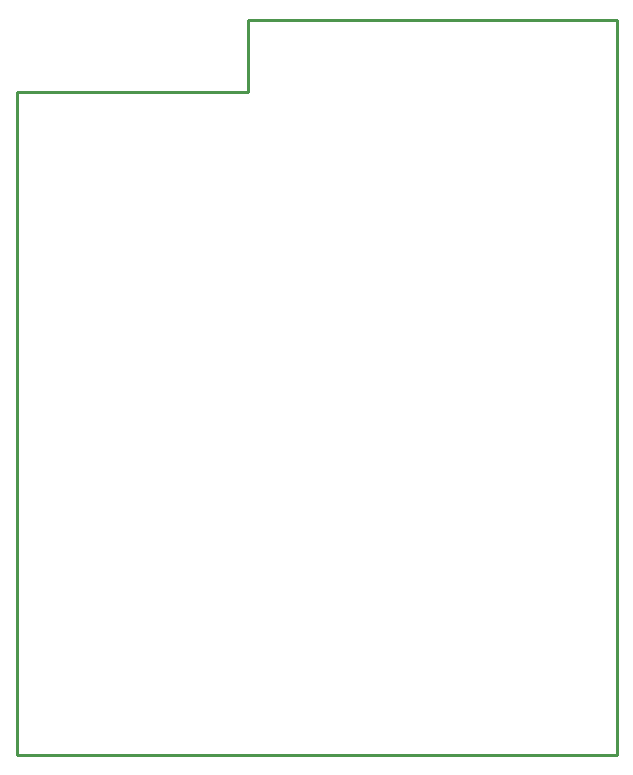
<source format=gbr>
%TF.GenerationSoftware,KiCad,Pcbnew,5.1.0-rc2-unknown-036be7d~80~ubuntu16.04.1*%
%TF.CreationDate,2024-05-15T09:47:00+03:00*%
%TF.ProjectId,ESP32-GATEWAY_Rev_H,45535033-322d-4474-9154-455741595f52,H*%
%TF.SameCoordinates,PX425f360PY7b4bf70*%
%TF.FileFunction,Profile,NP*%
%FSLAX46Y46*%
G04 Gerber Fmt 4.6, Leading zero omitted, Abs format (unit mm)*
G04 Created by KiCad (PCBNEW 5.1.0-rc2-unknown-036be7d~80~ubuntu16.04.1) date 2024-05-15 09:47:00*
%MOMM*%
%LPD*%
G04 APERTURE LIST*
%ADD10C,0.254000*%
G04 APERTURE END LIST*
D10*
X50800000Y62230000D02*
X50800000Y0D01*
X50800000Y62230000D02*
X19558000Y62230000D01*
X0Y0D02*
X50800000Y0D01*
X0Y56134000D02*
X0Y0D01*
X19558000Y56134000D02*
X19558000Y62230000D01*
X0Y56134000D02*
X19558000Y56134000D01*
M02*

</source>
